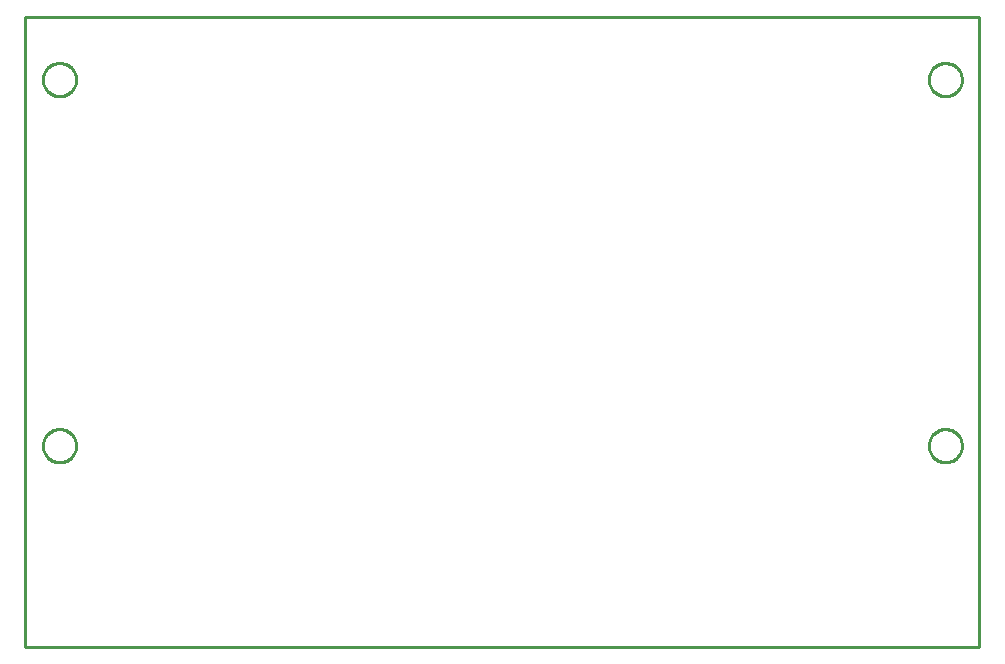
<source format=gbr>
G04 EAGLE Gerber RS-274X export*
G75*
%MOMM*%
%FSLAX34Y34*%
%LPD*%
%IN*%
%IPPOS*%
%AMOC8*
5,1,8,0,0,1.08239X$1,22.5*%
G01*
%ADD10C,0.254000*%


D10*
X0Y0D02*
X807720Y0D01*
X807720Y533400D01*
X0Y533400D01*
X0Y0D01*
X42860Y169620D02*
X42789Y168623D01*
X42646Y167633D01*
X42434Y166656D01*
X42152Y165696D01*
X41803Y164759D01*
X41387Y163849D01*
X40908Y162972D01*
X40367Y162130D01*
X39768Y161330D01*
X39113Y160574D01*
X38406Y159867D01*
X37650Y159212D01*
X36850Y158613D01*
X36008Y158072D01*
X35131Y157593D01*
X34221Y157177D01*
X33284Y156828D01*
X32325Y156546D01*
X31347Y156334D01*
X30358Y156191D01*
X29360Y156120D01*
X28360Y156120D01*
X27363Y156191D01*
X26373Y156334D01*
X25396Y156546D01*
X24436Y156828D01*
X23499Y157177D01*
X22589Y157593D01*
X21712Y158072D01*
X20870Y158613D01*
X20070Y159212D01*
X19314Y159867D01*
X18607Y160574D01*
X17952Y161330D01*
X17353Y162130D01*
X16812Y162972D01*
X16333Y163849D01*
X15917Y164759D01*
X15568Y165696D01*
X15286Y166656D01*
X15074Y167633D01*
X14931Y168623D01*
X14860Y169620D01*
X14860Y170620D01*
X14931Y171618D01*
X15074Y172607D01*
X15286Y173585D01*
X15568Y174544D01*
X15917Y175481D01*
X16333Y176391D01*
X16812Y177268D01*
X17353Y178110D01*
X17952Y178910D01*
X18607Y179666D01*
X19314Y180373D01*
X20070Y181028D01*
X20870Y181627D01*
X21712Y182168D01*
X22589Y182647D01*
X23499Y183063D01*
X24436Y183412D01*
X25396Y183694D01*
X26373Y183906D01*
X27363Y184049D01*
X28360Y184120D01*
X29360Y184120D01*
X30358Y184049D01*
X31347Y183906D01*
X32325Y183694D01*
X33284Y183412D01*
X34221Y183063D01*
X35131Y182647D01*
X36008Y182168D01*
X36850Y181627D01*
X37650Y181028D01*
X38406Y180373D01*
X39113Y179666D01*
X39768Y178910D01*
X40367Y178110D01*
X40908Y177268D01*
X41387Y176391D01*
X41803Y175481D01*
X42152Y174544D01*
X42434Y173585D01*
X42646Y172607D01*
X42789Y171618D01*
X42860Y170620D01*
X42860Y169620D01*
X42860Y479620D02*
X42789Y478623D01*
X42646Y477633D01*
X42434Y476656D01*
X42152Y475696D01*
X41803Y474759D01*
X41387Y473849D01*
X40908Y472972D01*
X40367Y472130D01*
X39768Y471330D01*
X39113Y470574D01*
X38406Y469867D01*
X37650Y469212D01*
X36850Y468613D01*
X36008Y468072D01*
X35131Y467593D01*
X34221Y467177D01*
X33284Y466828D01*
X32325Y466546D01*
X31347Y466334D01*
X30358Y466191D01*
X29360Y466120D01*
X28360Y466120D01*
X27363Y466191D01*
X26373Y466334D01*
X25396Y466546D01*
X24436Y466828D01*
X23499Y467177D01*
X22589Y467593D01*
X21712Y468072D01*
X20870Y468613D01*
X20070Y469212D01*
X19314Y469867D01*
X18607Y470574D01*
X17952Y471330D01*
X17353Y472130D01*
X16812Y472972D01*
X16333Y473849D01*
X15917Y474759D01*
X15568Y475696D01*
X15286Y476656D01*
X15074Y477633D01*
X14931Y478623D01*
X14860Y479620D01*
X14860Y480620D01*
X14931Y481618D01*
X15074Y482607D01*
X15286Y483585D01*
X15568Y484544D01*
X15917Y485481D01*
X16333Y486391D01*
X16812Y487268D01*
X17353Y488110D01*
X17952Y488910D01*
X18607Y489666D01*
X19314Y490373D01*
X20070Y491028D01*
X20870Y491627D01*
X21712Y492168D01*
X22589Y492647D01*
X23499Y493063D01*
X24436Y493412D01*
X25396Y493694D01*
X26373Y493906D01*
X27363Y494049D01*
X28360Y494120D01*
X29360Y494120D01*
X30358Y494049D01*
X31347Y493906D01*
X32325Y493694D01*
X33284Y493412D01*
X34221Y493063D01*
X35131Y492647D01*
X36008Y492168D01*
X36850Y491627D01*
X37650Y491028D01*
X38406Y490373D01*
X39113Y489666D01*
X39768Y488910D01*
X40367Y488110D01*
X40908Y487268D01*
X41387Y486391D01*
X41803Y485481D01*
X42152Y484544D01*
X42434Y483585D01*
X42646Y482607D01*
X42789Y481618D01*
X42860Y480620D01*
X42860Y479620D01*
X792860Y479620D02*
X792789Y478623D01*
X792646Y477633D01*
X792434Y476656D01*
X792152Y475696D01*
X791803Y474759D01*
X791387Y473849D01*
X790908Y472972D01*
X790367Y472130D01*
X789768Y471330D01*
X789113Y470574D01*
X788406Y469867D01*
X787650Y469212D01*
X786850Y468613D01*
X786008Y468072D01*
X785131Y467593D01*
X784221Y467177D01*
X783284Y466828D01*
X782325Y466546D01*
X781347Y466334D01*
X780358Y466191D01*
X779360Y466120D01*
X778360Y466120D01*
X777363Y466191D01*
X776373Y466334D01*
X775396Y466546D01*
X774436Y466828D01*
X773499Y467177D01*
X772589Y467593D01*
X771712Y468072D01*
X770870Y468613D01*
X770070Y469212D01*
X769314Y469867D01*
X768607Y470574D01*
X767952Y471330D01*
X767353Y472130D01*
X766812Y472972D01*
X766333Y473849D01*
X765917Y474759D01*
X765568Y475696D01*
X765286Y476656D01*
X765074Y477633D01*
X764931Y478623D01*
X764860Y479620D01*
X764860Y480620D01*
X764931Y481618D01*
X765074Y482607D01*
X765286Y483585D01*
X765568Y484544D01*
X765917Y485481D01*
X766333Y486391D01*
X766812Y487268D01*
X767353Y488110D01*
X767952Y488910D01*
X768607Y489666D01*
X769314Y490373D01*
X770070Y491028D01*
X770870Y491627D01*
X771712Y492168D01*
X772589Y492647D01*
X773499Y493063D01*
X774436Y493412D01*
X775396Y493694D01*
X776373Y493906D01*
X777363Y494049D01*
X778360Y494120D01*
X779360Y494120D01*
X780358Y494049D01*
X781347Y493906D01*
X782325Y493694D01*
X783284Y493412D01*
X784221Y493063D01*
X785131Y492647D01*
X786008Y492168D01*
X786850Y491627D01*
X787650Y491028D01*
X788406Y490373D01*
X789113Y489666D01*
X789768Y488910D01*
X790367Y488110D01*
X790908Y487268D01*
X791387Y486391D01*
X791803Y485481D01*
X792152Y484544D01*
X792434Y483585D01*
X792646Y482607D01*
X792789Y481618D01*
X792860Y480620D01*
X792860Y479620D01*
X792860Y169620D02*
X792789Y168623D01*
X792646Y167633D01*
X792434Y166656D01*
X792152Y165696D01*
X791803Y164759D01*
X791387Y163849D01*
X790908Y162972D01*
X790367Y162130D01*
X789768Y161330D01*
X789113Y160574D01*
X788406Y159867D01*
X787650Y159212D01*
X786850Y158613D01*
X786008Y158072D01*
X785131Y157593D01*
X784221Y157177D01*
X783284Y156828D01*
X782325Y156546D01*
X781347Y156334D01*
X780358Y156191D01*
X779360Y156120D01*
X778360Y156120D01*
X777363Y156191D01*
X776373Y156334D01*
X775396Y156546D01*
X774436Y156828D01*
X773499Y157177D01*
X772589Y157593D01*
X771712Y158072D01*
X770870Y158613D01*
X770070Y159212D01*
X769314Y159867D01*
X768607Y160574D01*
X767952Y161330D01*
X767353Y162130D01*
X766812Y162972D01*
X766333Y163849D01*
X765917Y164759D01*
X765568Y165696D01*
X765286Y166656D01*
X765074Y167633D01*
X764931Y168623D01*
X764860Y169620D01*
X764860Y170620D01*
X764931Y171618D01*
X765074Y172607D01*
X765286Y173585D01*
X765568Y174544D01*
X765917Y175481D01*
X766333Y176391D01*
X766812Y177268D01*
X767353Y178110D01*
X767952Y178910D01*
X768607Y179666D01*
X769314Y180373D01*
X770070Y181028D01*
X770870Y181627D01*
X771712Y182168D01*
X772589Y182647D01*
X773499Y183063D01*
X774436Y183412D01*
X775396Y183694D01*
X776373Y183906D01*
X777363Y184049D01*
X778360Y184120D01*
X779360Y184120D01*
X780358Y184049D01*
X781347Y183906D01*
X782325Y183694D01*
X783284Y183412D01*
X784221Y183063D01*
X785131Y182647D01*
X786008Y182168D01*
X786850Y181627D01*
X787650Y181028D01*
X788406Y180373D01*
X789113Y179666D01*
X789768Y178910D01*
X790367Y178110D01*
X790908Y177268D01*
X791387Y176391D01*
X791803Y175481D01*
X792152Y174544D01*
X792434Y173585D01*
X792646Y172607D01*
X792789Y171618D01*
X792860Y170620D01*
X792860Y169620D01*
M02*

</source>
